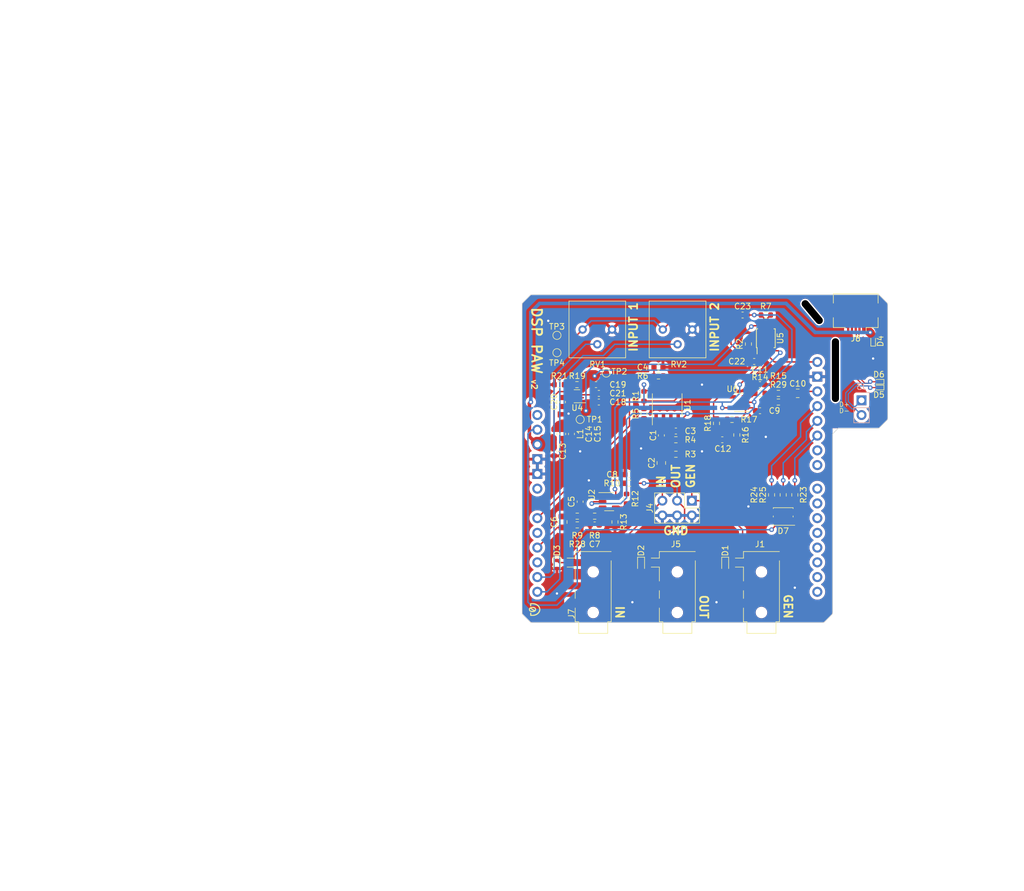
<source format=kicad_pcb>
(kicad_pcb (version 20221018) (generator pcbnew)
  (title_block (title "DSP PAW add-on board") (date "2023-08-19") (company "bitgloo") (comment 1 "Released under the CERN Open Hardware Licence Version 2 - Strongly Reciprocal"))
  (layers (0 "F.Cu" signal) (31 "B.Cu" signal) (34 "B.Paste" user) (35 "F.Paste" user) (36 "B.SilkS" user "B.Silkscreen") (37 "F.SilkS" user "F.Silkscreen") (38 "B.Mask" user) (39 "F.Mask" user) (44 "Edge.Cuts" user))
  (net 0 "")
  (net 1 "Net-(U1A--)")
  (net 2 "Net-(C1-Pad1)")
  (net 3 "SIGNAL_IN")
  (net 4 "Net-(C2-Pad2)")
  (net 5 "Net-(U2-+)")
  (net 6 "GND")
  (net 7 "SIGNAL_IN_MCU")
  (net 8 "Net-(C5-Pad1)")
  (net 9 "SIGNAL_OUT_MCU")
  (net 10 "VBUS")
  (net 11 "+5V")
  (net 12 "-5V")
  (net 13 "Net-(C6-Pad1)")
  (net 14 "Net-(C9-Pad1)")
  (net 15 "Net-(C10-Pad1)")
  (net 16 "VDDA")
  (net 17 "Net-(U6-+)")
  (net 18 "Net-(U4-C+)")
  (net 19 "SIGNAL_OUT")
  (net 20 "Net-(U4-C-)")
  (net 21 "+3V3")
  (net 22 "GENERATOR_MCU")
  (net 23 "GENERATOR")
  (net 24 "USB_D_P")
  (net 25 "USB_D_N")
  (net 26 "Net-(U4-CPOUT)")
  (net 27 "VCC")
  (net 28 "Net-(D7-RK)")
  (net 29 "Net-(D7-GK)")
  (net 30 "LED_B")
  (net 31 "LED_G")
  (net 32 "LED_R")
  (net 33 "PC1{slash}POT2")
  (net 34 "PC0{slash}POT1")
  (net 36 "-3V3")
  (net 37 "Net-(U1B--)")
  (net 39 "Net-(U1B-+)")
  (net 40 "Net-(U5B--)")
  (net 41 "Net-(D7-BK)")
  (net 42 "Net-(C5-Pad2)")
  (net 43 "Net-(C9-Pad2)")
  (net 44 "Net-(U4-VFB)")
  (net 45 "Net-(U2--)")
  (net 46 "Net-(U6--)")
  (net 60 "Net-(U1A-+)")
  (footprint "Resistor_SMD:R_0603_1608Metric" (layer "F.Cu") (at 161 85.5)
    (fp_text reference "R14")
    (fp_text value "22.1k/0.5%")
  )
  (footprint "Resistor_SMD:R_0603_1608Metric" (layer "F.Cu") (at 126.4 84 180)
    (fp_text reference "R21")
    (fp_text value "56k/1%")
  )
  (footprint "Resistor_SMD:R_0603_1608Metric" (layer "F.Cu") (at 141 86 90)
    (fp_text reference "R1")
    (fp_text value "10k/0.1%")
  )
  (footprint "Resistor_SMD:R_0603_1608Metric" (layer "F.Cu") (at 146.5 96)
    (fp_text reference "R3")
    (fp_text value "8.45k/1%")
  )
  (footprint "Capacitor_SMD:C_0603_1608Metric" (layer "F.Cu") (at 158 72 180)
    (fp_text reference "C23")
    (fp_text value "1u")
  )
  (footprint "MountingHole:MountingHole_2.1mm" (layer "F.Cu") (at 170 71.5 40)
    (fp_text reference "REF**" hide)
    (fp_text value "MountingHole_2.1mm")
  )
  (footprint "Capacitor_SMD:C_0603_1608Metric" (layer "F.Cu") (at 132.725 84)
    (fp_text reference "C19")
    (fp_text value "2.2u")
  )
  (footprint "Resistor_SMD:R_0603_1608Metric" (layer "F.Cu") (at 132.5 106.675 180)
    (fp_text reference "R8")
    (fp_text value "22.1k/0.5%")
  )
  (footprint "Potentiometer_THT:Potentiometer_Bourns_3386P_Vertical" (layer "F.Cu") (at 130.42 74.5 -90)
    (fp_text reference "RV1")
    (fp_text value "10K")
  )
  (footprint "Capacitor_SMD:C_0603_1608Metric" (layer "F.Cu") (at 161 84)
    (fp_text reference "C11")
    (fp_text value "100p")
  )
  (footprint "Package_SO:SOIC-8_3.9x4.9mm_P1.27mm" (layer "F.Cu") (at 145 87.5 90)
    (fp_text reference "U1")
    (fp_text value "TLV9162")
  )
  (footprint "Capacitor_SMD:C_0603_1608Metric" (layer "F.Cu") (at 132.5 108.175 180)
    (fp_text reference "C7")
    (fp_text value "100p")
  )
  (footprint "Resistor_SMD:R_0603_1608Metric" (layer "F.Cu") (at 138.5 101 180)
    (fp_text reference "R10")
    (fp_text value "0")
  )
  (footprint "Diode_SMD:D_SOD-523" (layer "F.Cu") (at 126 115 -90)
    (fp_text reference "D3")
    (fp_text value "ESD5Z2.5T1G")
  )
  (footprint "Capacitor_SMD:C_0603_1608Metric" (layer "F.Cu") (at 154.5 93.5)
    (fp_text reference "C12")
    (fp_text value "DNP")
  )
  (footprint "Resistor_SMD:R_0603_1608Metric" (layer "F.Cu") (at 138 103.675 -90)
    (fp_text reference "R12")
    (fp_text value "2.49k/0.5%")
  )
  (footprint "Diode_SMD:D_SOD-523" (layer "F.Cu") (at 140.5 115 -90)
    (fp_text reference "D2")
    (fp_text value "ESD5Z2.5T1G")
  )
  (footprint "TestPoint:TestPoint_Pad_D1.0mm" (layer "F.Cu") (at 126 78.5)
    (fp_text reference "TP4")
    (fp_text value "TestPoint")
  )
  (footprint "Connector_PinHeader_2.54mm:PinHeader_2x03_P2.54mm_Vertical" (layer "F.Cu") (at 149.25 104 -90)
    (fp_text reference "J4")
    (fp_text value "Conn_02x03_Odd_Even")
  )
  (footprint "Resistor_SMD:R_0603_1608Metric" (layer "F.Cu") (at 156.175 90 180)
    (fp_text reference "R17")
    (fp_text value "2.49k/0.5%")
  )
  (footprint "Capacitor_SMD:C_0603_1608Metric" (layer "F.Cu") (at 133.225 85.5)
    (fp_text reference "C21")
    (fp_text value "4.7u")
  )
  (footprint "Connector_USB:USB_Micro-B_Amphenol_10104110_Horizontal" (layer "F.Cu") (at 177.5 72.5 180)
    (fp_text reference "J8")
    (fp_text value "USB_B_Micro")
  )
  (footprint "Capacitor_SMD:C_0603_1608Metric" (layer "F.Cu") (at 125.5 95.5 -90)
    (fp_text reference "C13")
    (fp_text value "10n")
  )
  (footprint "Capacitor_SMD:C_0603_1608Metric" (layer "F.Cu") (at 138.5 99.5)
    (fp_text reference "C8")
    (fp_text value "DNP")
  )
  (footprint "Capacitor_SMD:C_0603_1608Metric" (layer "F.Cu") (at 126.95 87 90)
    (fp_text reference "C20")
    (fp_text value "1u")
  )
  (footprint "Package_TO_SOT_SMD:SOT-23-5" (layer "F.Cu") (at 135 104.175)
    (fp_text reference "U2")
    (fp_text value "OPA1677")
  )
  (footprint "TestPoint:TestPoint_Pad_D1.0mm" (layer "F.Cu") (at 130 90)
    (fp_text reference "TP1")
    (fp_text value "TestPoint")
  )
  (footprint "Capacitor_SMD:C_0805_2012Metric" (layer "F.Cu") (at 144 97.5 90)
    (fp_text reference "C2")
    (fp_text value "10u")
  )
  (footprint "Resistor_SMD:R_0603_1608Metric" (layer "F.Cu") (at 167 103 -90)
    (fp_text reference "R23")
    (fp_text value "560")
  )
  (footprint "Inductor_SMD:L_0603_1608Metric" (layer "F.Cu") (at 125.5 92.5 90)
    (fp_text reference "L1")
    (fp_text value "33@100MHz")
  )
  (footprint "Potentiometer_THT:Potentiometer_Bourns_3386P_Vertical" (layer "F.Cu") (at 144.25 74.5 -90)
    (fp_text reference "RV2")
    (fp_text value "10K")
  )
  (footprint "Resistor_SMD:R_0603_1608Metric" (layer "F.Cu") (at 157 92.675 90)
    (fp_text reference "R16")
    (fp_text value "0")
  )
  (footprint "Resistor_SMD:R_0603_1608Metric" (layer "F.Cu") (at 129.5 106.675 180)
    (fp_text reference "R9")
    (fp_text value "6.81k/0.5%")
  )
  (footprint "Resistor_SMD:R_0603_1608Metric" (layer "F.Cu") (at 146.5 93.5 180)
    (fp_text reference "R4")
    (fp_text value "13.3k/1%")
  )
  (footprint "Package_SON:WSON-8-1EP_2x2mm_P0.5mm_EP0.9x1.6mm" (layer "F.Cu") (at 129.45 86 180)
    (fp_text reference "U4")
    (fp_text value "LM27761")
  )
  (footprint "Package_SO:TSSOP-8_3x3mm_P0.65mm" (layer "F.Cu") (at 162 76 90)
    (fp_text reference "U5")
    (fp_text value "OPA2310")
  )
  (footprint "Capacitor_SMD:C_0603_1608Metric" (layer "F.Cu") (at 160 80 180)
    (fp_text reference "C22")
    (fp_text value "1u")
  )
  (footprint "Capacitor_SMD:C_0603_1608Metric" (layer "F.Cu") (at 143.5 81)
    (fp_text reference "C4")
    (fp_text value "10n")
  )
  (footprint "Capacitor_SMD:C_0603_1608Metric" (layer "F.Cu") (at 161 88.5)
    (fp_text reference "C9")
    (fp_text value "105p")
  )
  (footprint "Diode_SMD:D_SOD-523" (layer "F.Cu") (at 155 115 -90)
    (fp_text reference "D1")
    (fp_text value "ESD5Z2.5T1G")
  )
  (footprint "LED_SMD:LED_Kingbright_AAA3528ESGCT" (layer "F.Cu") (at 165 106.725 180)
    (fp_text reference "D7")
    (fp_text value "LED_RAGB")
  )
  (footprint "Capacitor_SMD:C_0603_1608Metric" (layer "F.Cu") (at 128.5 92.5 -90)
    (fp_text reference "C15")
    (fp_text value "4.7u")
  )
  (footprint "Resistor_SMD:R_0603_1608Metric" (layer "F.Cu") (at 159 77 -90)
    (fp_text reference "R2")
    (fp_text value "10k/0.1%")
  )
  (footprint "Capacitor_SMD:C_0805_2012Metric" (layer "F.Cu") (at 127 107.675 -90)
    (fp_text reference "C6")
    (fp_text value "10u")
  )
  (footprint "TestPoint:TestPoint_Pad_D1.0mm" (layer "F.Cu") (at 134.5 82)
    (fp_text reference "TP2")
    (fp_text value "TestPoint")
  )
  (footprint "Capacitor_SMD:C_0603_1608Metric" (layer "F.Cu") (at 146.5 92)
    (fp_text reference "C3")
    (fp_text value "100p")
  )
  (footprint "Capacitor_SMD:C_0805_2012Metric" (layer "F.Cu") (at 167.5 85.5)
    (fp_text reference "C10")
    (fp_text value "10u")
  )
  (footprint "Capacitor_SMD:C_0603_1608Metric" (layer "F.Cu") (at 130 104.175 -90)
    (fp_text reference "C5")
    (fp_text value "105p")
  )
  (footprint "Capacitor_SMD:C_0603_1608Metric" (layer "F.Cu") (at 144 92.75 90)
    (fp_text reference "C1")
    (fp_text value "140p")
  )
  (footprint "Resistor_SMD:R_0603_1608Metric" (layer "F.Cu") (at 129.45 84 180)
    (fp_text reference "R19")
    (fp_text value "174k/1%")
  )
  (footprint "TestPoint:TestPoint_Pad_D1.0mm" (layer "F.Cu") (at 126 75.5)
    (fp_text reference "TP3")
    (fp_text value "TestPoint")
  )
  (footprint "Resistor_SMD:R_0603_1608Metric" (layer "F.Cu") (at 129.5 108.175 180)
    (fp_text reference "R28")
    (fp_text value "100k")
  )
  (footprint "Capacitor_SMD:C_0603_1608Metric" (layer "F.Cu") (at 127 92.5 -90)
    (fp_text reference "C14")
    (fp_text value "100n")
  )
  (footprint "Connector_Audio:Jack_3.5mm_PJ320D_Horizontal" (layer "F.Cu") (at 146.75 118.5 90)
    (fp_text reference "J5")
    (fp_text value "AudioJack2_Ground")
  )
  (footprint "MountingHole:MountingHole_2.1mm" (layer "F.Cu") (at 174 81.5)
    (fp_text reference "REF**" hide)
    (fp_text value "MountingHole_2.1mm")
  )
  (footprint "Resistor_SMD:R_0603_1608Metric" (layer "F.Cu") (at 162 72 180)
    (fp_text reference "R7")
    (fp_text value "10k/0.1%")
  )
  (footprint "Connector_Audio:Jack_3.5mm_PJ320D_Horizontal" (layer "F.Cu") (at 132.25 118.5 90)
    (fp_text reference "J7")
    (fp_text value "AudioJack2_Ground")
  )
  (footprint "Resistor_SMD:R_0603_1608Metric" (layer "F.Cu") (at 153.5 90.675 -90)
    (fp_text reference "R18")
    (fp_text value "2.49k/0.5%")
  )
  (footprint "PCM_arduino-library:Arduino_Uno_R2_Shield" (layer "F.Cu") (at 120.08 56.21 -90)
    (fp_text reference "A2" hide)
    (fp_text value "Arduino_Uno_R1_Shield")
  )
  (footprint "Connector_Audio:Jack_3.5mm_PJ320D_Horizontal" (layer "F.Cu") (at 161.25 118.5 90)
    (fp_text reference "J1")
    (fp_text value "AudioJack2_Ground")
  )
  (footprint "Resistor_SMD:R_0603_1608Metric" (layer "F.Cu") (at 136 107.675 -90)
    (fp_text reference "R13")
    (fp_text value "2.49k/0.5%")
  )
  (footprint "Resistor_SMD:R_0603_1608Metric" (layer "F.Cu") (at 143.5 82.5 180)
    (fp_text reference "R6")
    (fp_text value "200")
  )
  (footprint "Resistor_SMD:R_0603_1608Metric" (layer "F.Cu") (at 163 103 -90)
    (fp_text reference "R24")
    (fp_text value "240")
  )
  (footprint "Diode_SMD:D_SOD-923" (layer "F.Cu") (at 181.5 83.5 180)
    (fp_text reference "D6")
    (fp_text value "DF2B7AFS,L3M")
  )
  (footprint "Resistor_SMD:R_0603_1608Metric" (layer "F.Cu") (at 165 103 -90)
    (fp_text reference "R25")
    (fp_text value "240")
  )
  (footprint "Resistor_SMD:R_0603_1608Metric" (layer "F.Cu") (at 141 89 90)
    (fp_text reference "R5")
    (fp_text value "10k/0.1%")
  )
  (footprint "Diode_SMD:D_SOD-923" (layer "F.Cu") (at 181.5 84.5 180)
    (fp_text reference "D5")
    (fp_text value "DF2B7AFS,L3M")
  )
  (footprint "Resistor_SMD:R_0603_1608Metric" (layer "F.Cu") (at 164.175 85.5)
    (fp_text reference "R15")
    (fp_text value "6.81k/0.5%")
  )
  (footprint "Resistor_SMD:R_0603_1608Metric" (layer "F.Cu") (at 164.175 87)
    (fp_text reference "R29")
    (fp_text value "100k")
  )
  (footprint "Capacitor_SMD:C_0603_1608Metric" (layer "F.Cu") (at 133.225 87)
    (fp_text reference "C18")
    (fp_text value "4.7u")
  )
  (footprint "Package_TO_SOT_SMD:SOT-23-5" (layer "F.Cu") (at 157.3625 87.05 180)
    (fp_text reference "U6")
    (fp_text value "OPA1677")
  )
  (footprint "Diode_SMD:D_SOD-923" (layer "F.Cu") (at 180.5 76.5 90)
    (fp_text reference "D4")
    (fp_text value "DF2B7AFS,L3M")
  )
  (footprint "Connector_PinHeader_2.54mm:PinHeader_1x02_P2.54mm_Vertical" (layer "B.Cu") (at 178.499766 86.699898 180)
    (fp_text reference "J3")
    (fp_text value "Conn_01x02")
  )
  (gr_poly (pts (xy 123.138143 122.808532) (xy 123.135375 122.860042) (xy 123.133278 122.884266) (xy 123.130707 122.907088) (xy 123.127664 122.928222) (xy 123.12415 122.947383) (xy 123.105991 123.018508) (xy 123.082492 123.08802) (xy 123.053826 123.155742) (xy 123.020165 123.221493) (xy 122.981681 123.285094) (xy 122.938547 123.346367) (xy 122.890935 123.405133) (xy 122.839017 123.461211) (xy 122.782965 123.514423) (xy 122.722952 123.56459) (xy 122.659149 123.611533) (xy 122.591729 123.655072) (xy 122.520865 123.695029) (xy 122.446728 123.731224) (xy 122.369491 123.763479) (xy 122.289326 123.791613) (xy 122.222944 123.811666) (xy 122.158848 123.827916) (xy 122.126892 123.834701) (xy 122.094588 123.840639) (xy 122.061629 123.845763) (xy 122.027709 123.85011) (xy 121.992521 123.853712) (xy 121.955759 123.856604) (xy 121.876287 123.860398) (xy 121.786838 123.861767) (xy 121.684961 123.860986) (xy 121.433338 123.857458) (xy 121.405118 123.822184) (xy 121.396141 123.81021) (xy 121.392472 123.804321) (xy 121.3893 123.798043) (xy 121.38659 123.791035) (xy 121.384305 123.782955) (xy 121.38241 123.773463) (xy 121.380867 123.762218) (xy 121.379642 123.748878) (xy 121.378697 123.733103) (xy 121.377505 123.692882) (xy 121.377002 123.638827) (xy 121.376899 123.56821) (xy 121.376956 123.496297) (xy 121.377093 123.467042) (xy 121.377358 123.441773) (xy 121.377796 123.420128) (xy 121.378093 123.410552) (xy 121.378449 123.401745) (xy 121.37887 123.393664) (xy 121.37936 123.386263) (xy 121.379926 123.379496) (xy 121.380573 123.373319) (xy 121.381306 123.367686) (xy 121.382131 123.362553) (xy 121.383052 123.357873) (xy 121.384075 123.353601) (xy 121.385207 123.349694) (xy 121.386451 123.346104) (xy 121.387814 123.342787) (xy 121.3893 123.339698) (xy 121.390916 123.336792) (xy 121.392666 123.334023) (xy 121.394556 123.331346) (xy 121.396591 123.328717) (xy 121.398778 123.326088) (xy 121.40112 123.323417) (xy 121.406294 123.317762) (xy 121.41043 123.313511) (xy 121.414674 123.309576) (xy 121.419018 123.305956) (xy 121.423454 123.302649) (xy 121.427972 123.299655) (xy 121.432564 123.296972) (xy 121.437221 123.2946) (xy 121.441936 123.292537) (xy 121.446699 123.290783) (xy 121.451501 123.289336) (xy 121.456334 123.288195) (xy 121.46119 123.287359) (xy 121.466059 123.286827) (xy 121.470934 123.286598) (xy 121.475805 123.286671) (xy 121.480664 123.287044) (xy 121.485503 123.287718) (xy 121.490312 123.288689) (xy 121.495083 123.289959) (xy 121.499808 123.291525) (xy 121.504477 123.293386) (xy 121.509083 123.295542) (xy 121.513617 123.29799) (xy 121.51807 123.300731) (xy 121.522433 123.303763) (xy 121.526697 123.307086) (xy 121.530856 123.310697) (xy 121.534898 123.314595) (xy 121.538817 123.318781) (xy 121.542603 123.323252) (xy 121.546248 123.328008) (xy 121.549743 123.333048) (xy 121.557994 123.346044) (xy 121.561408 123.352334) (xy 121.564385 123.35875) (xy 121.566957 123.36549) (xy 121.569151 123.372752) (xy 121.570997 123.380734) (xy 121.572524 123.389634) (xy 121.573762 123.399649) (xy 121.57474 123.410979) (xy 121.576033 123.438374) (xy 121.576637 123.473403) (xy 121.576786 123.51765) (xy 121.576786 123.661098) (xy 121.667324 123.670505) (xy 121.714477 123.673728) (xy 121.763568 123.674629) (xy 121.814274 123.673285) (xy 121.866274 123.66977) (xy 121.919245 123.664161) (xy 121.972866 123.656533) (xy 122.026814 123.646962) (xy 122.080767 123.635525) (xy 122.134403 123.622296) (xy 122.187401 123.607351) (xy 122.239437 123.590767) (xy 122.29019 123.572619) (xy 122.339337 123.552983) (xy 122.386558 123.531934) (xy 122.431529 123.509549) (xy 122.473928 123.485903) (xy 122.519085 123.457615) (xy 122.562359 123.427485) (xy 122.603688 123.395597) (xy 122.643006 123.362039) (xy 122.68025 123.326896) (xy 122.715357 123.290255) (xy 122.748263 123.252201) (xy 122.778903 123.212821) (xy 122.807215 123.172201) (xy 122.833135 123.130427) (xy 122.856599 123.087586) (xy 122.877543 123.043762) (xy 122.895903 122.999043) (xy 122.911616 122.953514) (xy 122.924618 122.907262) (xy 122.934845 122.860373) (xy 122.940632 122.827769) (xy 122.942906 122.813789) (xy 122.944766 122.80105) (xy 122.946213 122.789323) (xy 122.947246 122.778381) (xy 122.947866 122.767993) (xy 122.948073 122.757931) (xy 122.947866 122.747965) (xy 122.947246 122.737866) (xy 122.946213 122.727406) (xy 122.944766 122.716355) (xy 122.942906 122.704484) (xy 122.940632 122.691564) (xy 122.934845 122.661661) (xy 122.923954 122.613729) (xy 122.911097 122.567346) (xy 122.896239 122.522461) (xy 122.879343 122.479025) (xy 122.860374 122.436987) (xy 122.839294 122.396298) (xy 122.816069 122.356908) (xy 122.790661 122.318766) (xy 122.763035 122.281823) (xy 122.733155 122.246029) (xy 122.700983 122.211334) (xy 122.666485 122.177687) (xy 122.629624 122.14504) (xy 122.590363 122.113342) (xy 122.548667 122.082543) (xy 122.504499 122.052592) (xy 122.471347 122.031966) (xy 122.437588 122.012415) (xy 122.403223 121.993943) (xy 122.368252 121.976551) (xy 122.332675 121.96024) (xy 122.296491 121.945013) (xy 122.259701 121.930871) (xy 122.222305 121.917815) (xy 122.184303 121.905849) (xy 122.145694 121.894972) (xy 122.106479 121.885188) (xy 122.066658 121.876497) (xy 122.02623 121.868901) (xy 121.985196 121.862403) (xy 121.943556 121.857004) (xy 121.90131 121.852705) (xy 121.848894 121.848355) (xy 121.79681 121.845026) (xy 121.746709 121.842743) (xy 121.700246 121.841535) (xy 121.659075 121.841429) (xy 121.624848 121.842453) (xy 121.610855 121.843398) (xy 121.599219 121.844635) (xy 121.590145 121.846169) (xy 121.583841 121.848002) (xy 121.580917 121.849359) (xy 121.578307 121.851311) (xy 121.575992 121.853983) (xy 121.573957 121.8575) (xy 121.572184 121.861989) (xy 121.570655 121.867575) (xy 121.569353 121.874384) (xy 121.568262 121.882541) (xy 121.56664 121.903405) (xy 121.565653 121.931172) (xy 121.565161 121.966848) (xy 121.565028 122.011439) (xy 121.564884 122.058488) (xy 121.564664 122.078232) (xy 121.564312 122.095712) (xy 121.563801 122.111117) (xy 121.563106 122.124641) (xy 121.562201 122.136472) (xy 121.561662 122.141814) (xy 121.56106 122.146804) (xy 121.560393 122.151467) (xy 121.559657 122.155827) (xy 121.558849 122.159907) (xy 121.557967 122.163732) (xy 121.557005 122.167325) (xy 121.555963 122.17071) (xy 121.554835 122.173911) (xy 121.553619 122.176953) (xy 121.552312 122.179858) (xy 121.550911 122.182651) (xy 121.549412 122.185356) (xy 121.547811 122.187996) (xy 121.546107 122.190596) (xy 121.544295 122.19318) (xy 121.540336 122.198393) (xy 121.537265 122.20203) (xy 121.534012 122.205447) (xy 121.530587 122.208642) (xy 121.527 122.211616) (xy 121.523263 122.214367) (xy 121.519386 122.216896) (xy 121.515379 122.219202) (xy 121.511253 122.221284) (xy 121.507019 122.223143) (xy 121.502687 122.224777) (xy 121.498267 122.226186) (xy 121.49377 122.22737) (xy 121.489207 122.228328) (xy 121.484589 122.229061) (xy 121.479925 122.229567) (xy 121.475226 122.229846) (xy 121.470503 122.229897) (xy 121.465767 122.229721) (xy 121.461028 122.229317) (xy 121.456296 122.228684) (xy 121.451582 122.227821) (xy 121.446897 122.22673) (xy 121.442251 122.225408) (xy 121.437655 122.223856) (xy 121.433119 122.222074) (xy 121.428654 122.22006) (xy 121.424271 122.217814) (xy 121.419979 122.215336) (xy 121.41579 122.212626) (xy 121.411714 122.209683) (xy 121.407761 122.206506) (xy 121.403942 122.203096) (xy 121.395016 122.194287) (xy 121.391404 122.189672) (xy 121.388308 122.18443) (xy 121.385687 122.178196) (xy 121.383501 122.170605) (xy 121.381712 122.161292) (xy 121.380279 122.149891) (xy 121.378325 122.119366) (xy 121.377321 122.076109) (xy 121.376899 121.939715) (xy 121.376899 121.701026) (xy 121.40747 121.67751) (xy 121.418328 121.669697) (xy 121.424129 121.666498) (xy 121.430619 121.663731) (xy 121.438128 121.661362) (xy 121.446988 121.659363) (xy 121.457529 121.657701) (xy 121.470082 121.656345) (xy 121.502545 121.65443) (xy 121.547024 121.653369) (xy 121.682609 121.652818) (xy 121.780548 121.653417) (xy 121.865355 121.655408) (xy 121.903657 121.657016) (xy 121.939663 121.65908) (xy 121.973702 121.661637) (xy 122.006103 121.664723) (xy 122.037195 121.668373) (xy 122.067307 121.672625) (xy 122.096768 121.677514) (xy 122.125907 121.683076) (xy 122.155053 121.689348) (xy 122.184535 121.696366) (xy 122.245821 121.712784) (xy 122.301532 121.729636) (xy 122.328291 121.738511) (xy 122.354418 121.747727) (xy 122.379987 121.757316) (xy 122.405072 121.767307) (xy 122.429747 121.777733) (xy 122.454086 121.788623) (xy 122.478164 121.80001) (xy 122.502053 121.811924) (xy 122.525829 121.824395) (xy 122.549566 121.837456) (xy 122.573337 121.851137) (xy 122.597216 121.865469) (xy 122.645596 121.89621) (xy 122.690835 121.927802) (xy 122.734349 121.961222) (xy 122.776069 121.996367) (xy 122.815923 122.033136) (xy 122.853841 122.071429) (xy 122.889753 122.111142) (xy 122.923588 122.152174) (xy 122.955275 122.194424) (xy 122.984743 122.237791) (xy 123.011922 122.282171) (xy 123.036742 122.327465) (xy 123.059132 122.37357) (xy 123.07902 122.420384) (xy 123.096337 122.467807) (xy 123.111012 122.515735) (xy 123.122974 122.564069) (xy 123.126695 122.582816) (xy 123.129921 122.603592) (xy 123.132655 122.626111) (xy 123.134898 122.650087) (xy 123.137918 122.701267) (xy 123.138995 122.754844)) (fill solid) (layer "F.SilkS"))
  (gr_poly (pts (xy 122.408306 122.732717) (xy 122.406907 122.765132) (xy 122.405352 122.792357) (xy 122.404388 122.804953) (xy 122.403288 122.816923) (xy 122.402043 122.828308) (xy 122.400645 122.839146) (xy 122.399084 122.849479) (xy 122.397354 122.859344) (xy 122.395444 122.868782) (xy 122.393346 122.877833) (xy 122.391052 122.886536) (xy 122.388553 122.894931) (xy 122.385841 122.903056) (xy 122.382906 122.910953) (xy 122.379741 122.918661) (xy 122.376336 122.926218) (xy 122.360461 122.956629) (xy 122.342375 122.985254) (xy 122.322071 123.012098) (xy 122.299541 123.037167) (xy 122.274779 123.060464) (xy 122.247778 123.081997) (xy 122.218531 123.101769) (xy 122.187031 123.119785) (xy 122.153271 123.136052) (xy 122.117245 123.150575) (xy 122.078945 123.163357) (xy 122.038365 123.174405) (xy 121.995497 123.183724) (xy 121.950335 123.191319) (xy 121.902872 123.197195) (xy 121.853101 123.201357) (xy 121.830093 123.20237) (xy 121.805449 123.20279) (xy 121.779599 123.202659) (xy 121.752974 123.202019) (xy 121.726004 123.200909) (xy 121.699121 123.199373) (xy 121.672754 123.197451) (xy 121.647335 123.195184) (xy 121.623293 123.192614) (xy 121.60106 123.189783) (xy 121.581066 123.186731) (xy 121.563742 123.1835) (xy 121.549518 123.180131) (xy 121.538825 123.176665) (xy 121.534937 123.174909) (xy 121.532094 123.173145) (xy 121.530348 123.171377) (xy 121.529754 123.16961) (xy 121.529696 123.169159) (xy 121.529524 123.168689) (xy 121.528849 123.167695) (xy 121.527754 123.166639) (xy 121.526263 123.165532) (xy 121.5244 123.164383) (xy 121.522189 123.163203) (xy 121.519655 123.162003) (xy 121.51682 123.160792) (xy 121.51371 123.159581) (xy 121.510349 123.158381) (xy 121.50676 123.157201) (xy 121.502968 123.156052) (xy 121.498996 123.154944) (xy 121.49487 123.153889) (xy 121.490613 123.152895) (xy 121.486249 123.151973) (xy 121.47469 123.149571) (xy 121.462563 123.146365) (xy 121.44996 123.142409) (xy 121.436975 123.137753) (xy 121.423701 123.13245) (xy 121.41023 123.126551) (xy 121.396656 123.120108) (xy 121.383072 123.113172) (xy 121.36957 123.105795) (xy 121.356244 123.098028) (xy 121.343187 123.089925) (xy 121.330491 123.081535) (xy 121.31825 123.072911) (xy 121.306557 123.064104) (xy 121.295505 123.055167) (xy 121.285186 123.04615) (xy 121.270542 123.032073) (xy 121.256816 123.017213) (xy 121.244008 123.001621) (xy 121.232118 122.985348) (xy 121.221149 122.968445) (xy 121.2111 122.950962) (xy 121.201972 122.93295) (xy 121.193767 122.91446) (xy 121.186485 122.895543) (xy 121.180127 122.87625) (xy 121.174694 122.856631) (xy 121.170186 122.836737) (xy 121.166606 122.81662) (xy 121.163952 122.796329) (xy 121.162228 122.775916) (xy 121.161432 122.755432) (xy 121.161567 122.734927) (xy 121.162632 122.714452) (xy 121.164629 122.694058) (xy 121.167559 122.673796) (xy 121.171423 122.653716) (xy 121.17622 122.63387) (xy 121.181954 122.614308) (xy 121.188623 122.595081) (xy 121.196229 122.57624) (xy 121.204773 122.557835) (xy 121.214256 122.539918) (xy 121.224678 122.522539) (xy 121.23604 122.505749) (xy 121.248344 122.489599) (xy 121.26159 122.47414) (xy 121.275779 122.459422) (xy 121.295472 122.441532) (xy 121.316255 122.424878) (xy 121.338227 122.40943) (xy 121.361485 122.395157) (xy 121.386128 122.382027) (xy 121.394536 122.37816) (xy 121.394536 122.61698) (xy 121.374547 122.641672) (xy 121.372191 122.644785) (xy 121.369973 122.648375) (xy 121.365954 122.656875) (xy 121.362492 122.66696) (xy 121.359593 122.678416) (xy 121.357258 122.69103) (xy 121.355491 122.704587) (xy 121.354296 122.718875) (xy 121.353677 122.733679) (xy 121.353636 122.748787) (xy 121.354177 122.763984) (xy 121.355304 122.779057) (xy 121.35702 122.793793) (xy 121.359329 122.807977) (xy 121.362233 122.821397) (xy 121.365737 122.833838) (xy 121.369844 122.845087) (xy 121.371782 122.849173) (xy 121.374051 122.853467) (xy 121.376623 122.85793) (xy 121.379471 122.862522) (xy 121.382567 122.867204) (xy 121.385883 122.871936) (xy 121.389392 122.876678) (xy 121.393066 122.88139) (xy 121.396879 122.886034) (xy 121.400801 122.890569) (xy 121.404806 122.894957) (xy 121.408866 122.899156) (xy 121.412954 122.903128) (xy 121.417042 122.906833) (xy 121.421102 122.910232) (xy 121.425107 122.913284) (xy 121.438973 122.923185) (xy 121.452918 122.932194) (xy 121.467131 122.940355) (xy 121.481803 122.947713) (xy 121.497122 122.954314) (xy 121.513279 122.960202) (xy 121.530462 122.965421) (xy 121.548861 122.970017) (xy 121.568665 122.974034) (xy 121.590065 122.977517) (xy 121.613248 122.980511) (xy 121.638406 122.983061) (xy 121.695401 122.987006) (xy 121.762564 122.989712) (xy 121.800555 122.990812) (xy 121.835666 122.991457) (xy 121.867333 122.991634) (xy 121.894989 122.991328) (xy 121.918072 122.990527) (xy 121.927721 122.989936) (xy 121.936014 122.989216) (xy 121.942882 122.988365) (xy 121.948252 122.987381) (xy 121.952056 122.986263) (xy 121.953347 122.985653) (xy 121.954221 122.985008) (xy 121.954556 122.984158) (xy 121.954244 122.982934) (xy 121.951709 122.979382) (xy 121.946672 122.97439) (xy 121.939193 122.967996) (xy 121.917142 122.951153) (xy 121.886024 122.929158) (xy 121.846308 122.902311) (xy 121.798463 122.870918) (xy 121.680258 122.795703) (xy 121.394536 122.61698) (xy 121.394536 122.37816) (xy 121.412254 122.37001) (xy 121.439961 122.359075) (xy 121.469347 122.34919) (xy 121.500511 122.340325) (xy 121.53355 122.332449) (xy 121.568563 122.32553) (xy 121.605649 122.319538) (xy 121.644904 122.314441) (xy 121.686428 122.310209) (xy 121.730319 122.306811) (xy 121.776674 122.304215) (xy 121.788834 122.303662) (xy 121.788834 122.503655) (xy 121.736255 122.504544) (xy 121.688141 122.506921) (xy 121.667055 122.508628) (xy 121.648639 122.510662) (xy 121.633414 122.513005) (xy 121.621896 122.515643) (xy 121.61769 122.517067) (xy 121.614606 122.51856) (xy 121.612708 122.520118) (xy 121.612061 122.52174) (xy 121.618218 122.527265) (xy 121.635634 122.539648) (xy 121.697913 122.581008) (xy 121.887935 122.702227) (xy 122.080822 122.821681) (xy 122.146684 122.860837) (xy 122.166429 122.871787) (xy 122.175273 122.875658) (xy 122.175944 122.875631) (xy 122.176635 122.87555) (xy 122.177343 122.875416) (xy 122.178068 122.875231) (xy 122.179559 122.874713) (xy 122.181097 122.874005) (xy 122.182669 122.873118) (xy 122.184264 122.872062) (xy 122.185869 122.870848) (xy 122.187472 122.869485) (xy 122.189061 122.867985) (xy 122.190625 122.866357) (xy 122.192151 122.864613) (xy 122.193627 122.862761) (xy 122.19504 122.860813) (xy 122.19638 122.858779) (xy 122.197634 122.856669) (xy 122.198789 122.854494) (xy 122.202563 122.846376) (xy 122.205943 122.837114) (xy 122.208919 122.82686) (xy 122.211484 122.815766) (xy 122.213629 122.803982) (xy 122.215344 122.791661) (xy 122.216623 122.778955) (xy 122.217455 122.766014) (xy 122.217832 122.752991) (xy 122.217747 122.740036) (xy 122.217189 122.727302) (xy 122.216151 122.71494) (xy 122.214623 122.703102) (xy 122.212598 122.691938) (xy 122.210066 122.681602) (xy 122.20702 122.672243) (xy 122.200119 122.655385) (xy 122.192159 122.639617) (xy 122.183073 122.6249) (xy 122.172793 122.611193) (xy 122.161252 122.598458) (xy 122.148383 122.586655) (xy 122.134119 122.575744) (xy 122.118393 122.565686) (xy 122.101137 122.55644) (xy 122.082285 122.547968) (xy 122.061769 122.54023) (xy 122.039522 122.533186) (xy 122.015477 122.526796) (xy 121.989566 122.521021) (xy 121.961723 122.515822) (xy 121.931881 122.511158) (xy 121.912594 122.508758) (xy 121.890794 122.506838) (xy 121.866999 122.505383) (xy 121.841729 122.504378) (xy 121.788834 122.503655) (xy 121.788834 122.303662) (xy 121.824682 122.302031) (xy 121.864216 122.300853) (xy 121.88143 122.30068) (xy 121.897274 122.300805) (xy 121.911999 122.301243) (xy 121.925854 122.302011) (xy 121.939089 122.303123) (xy 121.951954 122.304594) (xy 121.964698 122.306442) (xy 121.977572 122.30868) (xy 121.990824 122.311325) (xy 122.004705 122.314391) (xy 122.035352 122.321853) (xy 122.069966 122.331412) (xy 122.102437 122.341616) (xy 122.132855 122.35253) (xy 122.16131 122.364218) (xy 122.187891 122.376748) (xy 122.212687 122.390183) (xy 122.235789 122.404589) (xy 122.246732 122.412177) (xy 122.257285 122.420033) (xy 122.26746 122.428163) (xy 122.277266 122.436578) (xy 122.286716 122.445285) (xy 122.295821 122.454292) (xy 122.304591 122.463607) (xy 122.313039 122.473238) (xy 122.321174 122.483195) (xy 122.32901 122.493484) (xy 122.343823 122.515093) (xy 122.357569 122.538132) (xy 122.370336 122.562666) (xy 122.382215 122.588761) (xy 122.391233 122.609988) (xy 122.394939 122.61958) (xy 122.398144 122.62872) (xy 122.400873 122.637577) (xy 122.403152 122.646323) (xy 122.405008 122.655127) (xy 122.406466 122.66416) (xy 122.407552 122.673592) (xy 122.408292 122.683595) (xy 122.408711 122.694338) (xy 122.408836 122.705993)) (fill solid) (layer "F.SilkS"))
  (gr_line (start 181.5 68.5) (end 183 70) (stroke (width 0.1)) (layer "Edge.Cuts"))
  (gr_line (start 181.5 68.5) (end 121.5 68.5) (stroke (width 0.1)) (layer "Edge.Cuts"))
  (gr_line (start 173.5 92.5) (end 174.5 91.5) (stroke (width 0.1)) (layer "Edge.Cuts"))
  (gr_line (start 120 123.5) (end 121.5 125) (stroke (width 0.1)) (layer "Edge.Cuts"))
  (gr_line (start 181.5 91.5) (end 174.5 91.5) (stroke (width 0.1)) (layer "Edge.Cuts"))
  (gr_line (start 120 70) (end 120 123.5) (stroke (width 0.1)) (layer "Edge.Cuts"))
  (gr_line (start 120 70) (end 121.5 68.5) (stroke (width 0.1)) (layer "Edge.Cuts"))
  (gr_line (start 183 90) (end 183 70) (stroke (width 0.1)) (layer "Edge.Cuts"))
  (gr_line (start 173.5 123.5) (end 172 125) (stroke (width 0.1)) (layer "Edge.Cuts"))
  (gr_line (start 121.5 125) (end 172 125) (stroke (width 0.1)) (layer "Edge.Cuts"))
  (gr_line (start 183 90) (end 181.5 91.5) (stroke (width 0.1)) (layer "Edge.Cuts"))
  (gr_line (start 173.5 123.5) (end 173.5 92.5) (stroke (width 0.1)) (layer "Edge.Cuts"))
  (gr_text "OUT" (at 146.5 102 90) (layer "F.SilkS") (effects (font (size 1.4 1.4) (thickness 0.3) bold) (justify left)))
  (gr_text "OUT" (at 150.5 124.5 270) (layer "F.SilkS") (effects (font (size 1.4 1.4) (thickness 0.3) bold) (justify right bottom)))
  (gr_text "IN" (at 136 124.5 270) (layer "F.SilkS") (effects (font (size 1.4 1.4) (thickness 0.3) bold) (justify right bottom)))
  (gr_text "INPUT 1" (at 140 78.5 90) (layer "F.SilkS") (effects (font (size 1.4 1.4) (thickness 0.3) bold) (justify left bottom)))
  (gr_text "v2" (at 121.5 83 270) (layer "F.SilkS") (effects (font (size 1 1) (thickness 0.2) bold) (justify left bottom)))
  (gr_text "GEN" (at 149.04 102 90) (layer "F.SilkS") (effects (font (size 1.4 1.4) (thickness 0.3) bold) (justify left)))
  (gr_text "D+" (at 176.5 87.4) (layer "F.SilkS") (effects (font (size 0.8 0.8) (thickness 0.1) bold) (justify right)))
  (gr_text "D-" (at 176.5 88.5) (layer "F.SilkS") (effects (font (size 0.8 0.8) (thickness 0.1) bold) (justify right)))
  (gr_text "INPUT 2" (at 154 78.5 90) (layer "F.SilkS") (effects (font (size 1.4 1.4) (thickness 0.3) bold) (justify left bottom)))
  (gr_text "GND" (at 146.5 110) (layer "F.SilkS") (effects (font (size 1.4 1.4) (thickness 0.3) bold) (justify bottom)))
  (gr_text "GEN" (at 165 124.5 270) (layer "F.SilkS") (effects (font (size 1.4 1.4) (thickness 0.3) bold) (justify right bottom)))
  (gr_text "DSP PAW" (at 121.5 70.5 270) (layer "F.SilkS") (effects (font (size 1.7 1.7) (thickness 0.32) bold) (justify left bottom)))
  (gr_text "IN" (at 143.96 102 90) (layer "F.SilkS") (effects (font (size 1.4 1.4) (thickness 0.3) bold) (justify left)))
  (segment (start 143.095 89.975) (end 141.15 89.975) (width 0.25) (layer "F.Cu") (net 1))
  (segment (start 141.15 89.975) (end 141 89.825) (width 0.25) (layer "F.Cu") (net 1))
  (segment (start 144.365 91.61) (end 144 91.975) (width 0.25) (layer "F.Cu") (net 1))
  (segment (start 143.095 89.975) (end 144.365 89.975) (width 0.25) (layer "F.Cu") (net 1))
  (segment (start 144.365 89.975) (end 144.365 91.61) (width 0.25) (layer "F.Cu") (net 1))
  (segment (start 144.025 93.525) (end 145 94.5) (width 0.25) (layer "F.Cu") (net 2))
  (segment (start 147.325 96) (end 147.325 93.5) (width 0.25) (layer "F.Cu") (net 2))
  (segment (start 145 94.5) (end 146.325 94.5) (width 0.25) (layer "F.Cu") (net 2))
  (segment (start 146.325 94.5) (end 147.325 93.5) (width 0.25) (layer "F.Cu") (net 2))
  (segment (start 144 93.525) (end 144.025 93.525) (width 0.25) (layer "F.Cu") (net 2))
  (segment (start 137.17 111) (end 144.17 104) (width 0.25) (layer "F.Cu") (net 3))
  (segment (start 144.17 104) (end 144.17 98.62) (width 0.25) (layer "F.Cu") (net 3))
  (segment (start 131.5 111) (end 137.17 111) (width 0.25) (layer "F.Cu") (net 3))
  (segment (start 144.17 98.62) (end 144 98.45) (width 0.25) (layer "F.Cu") (net 3))
  (segment (start 129 114.675) (end 129 113.5) (width 0.25) (layer "F.Cu") (net 3))
  (segment (start 126.375 114.675) (end 129 114.675) (width 0.25) (layer "F.Cu") (net 3))
  (segment (start 126 114.3) (end 126.375 114.675) (width 0.25) (layer "F.Cu") (net 3))
  (segment (start 129 113.5) (end 131.5 111) (width 0.25) (layer "F.Cu") (net 3))
  (segment (start 144 96.55) (end 145.125 96.55) (width 0.25) (layer "F.Cu") (net 4))
  (segment (start 145.125 96.55) (end 145.675 96) (width 0.25) (layer "F.Cu") (net 4))
  (segment (start 133.8625 106.1375) (end 133.325 106.675) (width 0.25) (layer "F.Cu") (net 5))
  (segment (start 133.275 106.725) (end 133.325 106.675) (width 0.25) (layer "F.Cu") (net 5))
  (segment (start 133.275 108.175) (end 133.275 106.725) (width 0.25) (layer "F.Cu") (net 5))
  (segment (start 133.8625 105.125) (end 133.8625 106.1375) (width 0.25) (layer "F.Cu") (net 5))
  (segment (start 130.4 86.25) (end 129.7 86.25) (width 0.25) (layer "F.Cu") (net 6))
  (segment (start 129.7 86.25) (end 129.45 86) (width 0.25) (layer "F.Cu") (net 6))
  (via (at 167 119) (size 0.8) (drill 0.4) (layers "F.Cu" "B.Cu") (net 6))
  (via (at 126 120) (size 0.8) (drill 0.4) (layers "F.Cu" "B.Cu") (net 6))
  (via (at 140.5 95) (size 0.8) (drill 0.4) (layers "F.Cu" "B.Cu") (net 6))
  (via (at 128 89) (size 0.8) (drill 0.4) (layers "F.Cu" "B.Cu") (net 6))
  (via (at 162 93) (size 0.8) (drill 0.4) (layers "F.Cu" "B.Cu") (net 6))
  (via (at 180.5 79.5) (size 0.8) (drill 0.4) (layers "F.Cu" "B.Cu") (net 6))
  (via (at 151 95.5) (size 0.8) (drill 0.4) (layers "F.Cu" "B.Cu") (net 6))
  (via (at 139 121.5) (size 0.8) (drill 0.4) (layers "F.Cu" "B.Cu") (net 6))
  (via (at 159 105) (size 0.8) (drill 0.4) (layers "F.Cu" "B.Cu") (net 6))
  (via (at 131.5 100.5) (size 0.8) (drill 0.4) (layers "F.Cu" "B.Cu") (net 6))
  (via (at 124.5 73) (size 0.8) (drill 0.4) (layers "F.Cu" "B.Cu") (net 6))
  (via (at 151 84) (size 0.8) (drill 0.4) (layers "F.Cu" "B.Cu") (net 6))
  (via (at 153.5 121.5) (size 0.8) (drill 0.4) (layers "F.Cu" "B.Cu") (net 6))
  (via (at 130 95.5) (size 0.8) (drill 0.4) (layers "F.Cu" "B.Cu") (net 6))
  (segment (start 142.725 82.45) (end 142.675 82.5) (width 0.25) (layer "F.Cu") (net 7))
  (segment (start 138.5 91.13) (end 122.62 107.01) (width 0.25) (layer "F.Cu") (net 7))
  (segment (start 142.675 82.5) (end 140 82.5) (width 0.25) (layer "F.Cu") (net 7))
  (segment (start 138.5 84) (end 138.5 91.13) (width 0.25) (layer "F.Cu") (net 7))
  (segment (start 140 82.5) (end 138.5 84) (width 0.25) (layer "F.Cu") (net 7))
  (segment (start 142.725 81) (end 142.725 82.45) (width 0.25) (layer "F.Cu") (net 7))
  (segment (start 138 102.85) (end 138 101.325) (width 0.25) (layer "F.Cu") (net 8))
  (segment (start 130.175 103.225) (end 133.8625 103.225) (width 0.25) (layer "F.Cu") (net 8))
  (segment (start 133.8625 101.1375) (end 134.5 100.5) (width 0.25) (layer "F.Cu") (net 8))
  (segment (start 137.175 100.5) (end 137.675 101) (width 0.25) (layer "F.Cu") (net 8))
  (segment (start 130 103.4) (end 130.175 103.225) (width 0.25) (layer "F.Cu") (net 8))
  (segment (start 138 101.325) (end 137.675 101) (width 0.25) (layer "F.Cu") (net 8))
  (segment (start 134.5 100.5) (end 137.175 100.5) (width 0.25) (layer "F.Cu") (net 8))
  (segment (start 133.8625 103.225) (end 133.8625 101.1375) (width 0.25) (layer "F.Cu") (net 8))
  (segment (start 126.085 108.625) (end 127 108.625) (width 0.25) (layer "F.Cu") (net 9))
  (segment (start 122.62 112.09) (end 126.085 108.625) (width 0.25) (layer "F.Cu") (net 9))
  (segment (start 122.62 94.31) (end 121.2516 92.9416) (width 0.6096) (layer "F.Cu") (net 10))
  (segment (start 121.2516 92.9416) (end 121.2516 87.2484) (width 0.6096) (layer "F.Cu") (net 10))
  (segment (start 121.2516 87.2484) (end 121.5 87) (width 0.6096) (layer "F.Cu") (net 10))
  (via (at 121.5 87) (size 0.8) (drill 0.4) (layers "F.Cu" "B.Cu") (net 10))
  (via (at 180 75) (size 0.8) (drill 0.4) (layers "F.Cu" "B.Cu") (net 10))
  (segment (start 170.5 75) (end 165.5 70) (width 0.6096) (layer "B.Cu") (net 10))
  (segment (start 180 75) (end 170.5 75) (width 0.6096) (layer "B.Cu") (net 10))
  (segment (start 123 70) (end 121.5 71.5) (width 0.6096) (layer "B.Cu") (net 10))
  (segment (start 121.5 71.5) (end 121.5 87) (width 0.6096) (layer "B.Cu") (net 10))
  (segment (start 165.5 70) (end 123 70) (width 0.6096) (layer "B.Cu") (net 10))
  (segment (start 127.479561 85.197535) (end 126.302465 85.197535) (width 0.25) (layer "F.Cu") (net 11))
  (segment (start 126.302465 85.197535) (end 125.5 86) (width 0.25) (layer "F.Cu") (net 11))
  (segment (start 128.032026 85.75) (end 127.479561 85.197535) (width 0.25) (layer "F.Cu") (net 11))
  (segment (start 159.65 73.85) (end 159.5 74) (width 0.25) (layer "F.Cu") (net 11))
  (segment (start 125.5 86) (end 125.5 91.7125) (width 0.25) (layer "F.Cu") (net 11))
  (segment (start 128.5 85.75) (end 128.032026 85.75) (width 0.25) (layer "F.Cu") (net 11))
  (segment (start 161.025 73.85) (end 159.65 73.85) (width 0.25) (layer "F.Cu") (net 11))
  (via (at 131 88.5) (size 0.8) (drill 0.4) (layers "F.Cu" "B.Cu") (net 11))
  (via (at 159.5 74) (size 0.8) (drill 0.4) (layers "F.Cu" "B.Cu") (net 11))
  (segment (start 131 82) (end 132.5 80.5) (width 0.25) (layer "B.Cu") (net 11))
  (segment (start 132.5 80.5) (end 153 80.5) (width 0.25) (layer "B.Cu") (net 11))
  (segment (start 153 80.5) (end 159.5 74) (width 0.25) (layer "B.Cu") (net 11))
  (segment (start 131 88.5) (end 131 82) (width 0.25) (layer "B.Cu") (net 11))
  (segment (start 134.5 82) (end 133 82) (width 0.25) (layer "F.Cu") (net 12))
  (segment (start 162.975 78.15) (end 164.15 78.15) (width 0.25) (layer "F.Cu") (net 12))
  (segment (start 164.15 78.15) (end 164.5 78.5) (width 0.25) (layer "F.Cu") (net 12))
  (segment (start 133 82) (end 132.5 82.5) (width 0.25) (layer "F.Cu") (net 12))
  (via (at 164.5 78.5) (size 0.8) (drill 0.4) (layers "F.Cu" "B.Cu") (net 12))
  (via (at 132.5 82.5) (size 0.8) (drill 0.4) (layers "F.Cu" "B.Cu") (net 12))
  (segment (start 161.5 81.5) (end 164.5 78.5) (width 0.25) (layer "B.Cu") (net 12))
  (segment (start 132.5 82.5) (end 133.5 81.5) (width 0.25) (layer "B.Cu") (net 12))
  (segment (start 133.5 81.5) (end 161.5 81.5) (width 0.25) (layer "B.Cu") (net 12))
  (segment (start 128.625 106.725) (end 128.675 106.675) (width 0.25) (layer "F.Cu") (net 13))
  (segment (start 128.675 106.675) (end 128.675 108.175) (width 0.25) (layer "F.Cu") (net 13))
  (segment (start 127 106.725) (end 128.625 106.725) (width 0.25) (layer "F.Cu") (net 13))
  (segment (start 158.5 88) (end 158.5 89) (width 0.25) (layer "F.Cu") (net 14))
  (segment (start 158.5 89) (end 157.5 90) (width 0.25) (layer "F.Cu") (net 14))
  (segment (start 159.725 88) (end 160.225 88.5) (width 0.25) (layer "F.Cu") (net 14))
  (segment (start 157 90) (end 157 91.85) (width 0.25) (layer "F.Cu") (net 14))
  (segment (start 157.5 90) (end 157 90) (width 0.25) (layer "F.Cu") (net 14))
  (segment (start 158.5 88) (end 159.725 88) (width 0.25) (layer "F.Cu") (net 14))
  (segment (start 166.55 85.5) (end 165 85.5) (width 0.25) (layer "F.Cu") (net 15))
  (segment (start 165 85.5) (end 165 87) (width 0.25) (layer "F.Cu") (net 15))
  (segment (start 162.325 78.15) (end 162.325 78.95) (width 0.25) (layer "F.Cu") (net 16))
  (segment (start 162.325 78.95) (end 163.461 80.086) (width 0.25) (layer "F.Cu") (net 16))
  (segment (start 163.461 80.086) (end 170.88 80.086) (width 0.25) (layer "F.Cu") (net 16))
  (segment (start 159.575 86.1) (end 160.175 85.5) (width 0.25) (layer "F.Cu") (net 17))
  (segment (start 160.175 85.5) (end 160.175 84.05) (width 0.25) (layer "F.Cu") (net 17))
  (segment (start 158.5 86.1) (end 159.575 86.1) (width 0.25) (layer "F.Cu") (net 17))
  (segment (start 160.175 84.05) (end 160.225 84) (width 0.25) (layer "F.Cu") (net 17))
  (segment (start 128.5 87.5) (end 128.5 86.75) (width 0.25) (layer "F.Cu") (net 18))
  (segment (start 128.225 87.775) (end 128.5 87.5) (width 0.25) (layer "F.Cu") (net 18))
  (segment (start 126.95 87.775) (end 128.225 87.775) (width 0.25) (layer "F.Cu") (net 18))
  (segment (start 146.71 104) (end 148 105.29) (width 0.25) (layer "F.Cu") (net 19))
  (segment (start 140.5 114.3) (end 140.875 114.675) (width 0.25) (layer "F.Cu") (net 19))
  (segment (start 148 108) (end 143.5 112.5) (width 0.25) (layer "F.Cu") (net 19))
  (segment (start 140.875 114.675) (end 143.5 114.675) (width 0.25) (layer "F.Cu") (net 19))
  (segment (start 143.5 112.5) (end 143.5 114.675) (width 0.25) (layer "F.Cu") (net 19))
  (segment (start 139.325 101) (end 141 101) (width 0.25) (layer "F.Cu") (net 19))
  (segment (start 139.325 101) (end 139.325 99.55) (width 0.25) (layer "F.Cu") (net 19))
  (segment (start 148 105.29) (end 148 108) (width 0.25) (layer "F.Cu") (net 19))
  (segment (start 139.325 99.55) (end 139.275 99.5) (width 0.25) (layer "F.Cu") (net 19))
  (via (at 141 101) (size 0.8) (drill 0.4) (layers "F.Cu" "B.Cu") (net 19))
  (segment (start 141 101) (end 146 101) (width 0.25) (layer "B.Cu") (net 19))
  (segment (start 146 101) (end 146.71 101.71) (width 0.25) (layer "B.Cu") (net 19))
  (segment (start 146.71 101.71) (end 146.71 104) (width 0.25) (layer "B.Cu") (net 19))
  (segment (start 126.975 86.25) (end 126.95 86.225) (width 0.25) (layer "F.Cu") (net 20))
  (segment (start 128.5 86.25) (end 126.975 86.25) (width 0.25) (layer "F.Cu") (net 20))
  (segment (start 129.42 75.5) (end 130.42 74.5) (width 0.25) (layer "F.Cu") (net 21))
  (segment (start 156.225 88) (end 154.5 88) (width 0.25) (layer "F.Cu") (net 21))
  (segment (start 161.025 79.75) (end 160.775 80) (width 0.25) (layer "F.Cu") (net 21))
  (segment (start 145.75 73) (end 154.5 73) (width 0.25) (layer "F.Cu") (net 21))
  (segment (start 156 77) (end 156.825 77.825) (width 0.25) (layer "F.Cu") (net 21))
  (segment (start 157.5 84) (end 160.775 80.725) (width 0.25) (layer "F.Cu") (net 21))
  (segment (start 156.825 77.825) (end 159 77.825) (width 0.25) (layer "F.Cu") (net 21))
  (segment (start 126 75.5) (end 129.42 75.5) (width 0.25) (layer "F.Cu") (net 21))
  (segment (start 161.675 78.15) (end 161.025 78.15) (width 0.25) (layer "F.Cu") (net 21))
  (segment (start 159.325 78.15) (end 159 77.825) (width 0.25) (layer "F.Cu") (net 21))
  (segment (start 156 74.5) (end 156 77) (width 0.25) (layer "F.Cu") (net 21))
  (segment (start 141.15 85.025) (end 141 85.175) (width 0.25) (layer "F.Cu") (net 21))
  (segment (start 154.5 73) (end 156 74.5) (width 0.25) (layer "F.Cu") (net 21))
  (segment (start 144.25 74.5) (end 145.75 73) (width 0.25) (layer "F.Cu") (net 21))
  (segment (start 136.1375 103.225) (end 136.1375 102.1375) (width 0.25) (layer "F.Cu") (net 21))
  (segment (start 141 85.175) (end 141 84) (width 0.25) (layer "F.Cu") (net 21))
  (segment (start 143.095 85.025) (end 141.15 85.025) (width 0.25) (layer "F.Cu") (net 21))
  (segment (start 160.775 80.725) (end 160.775 80) (width 0.25) (layer "F.Cu") (net 21))
  (segment (start 161.025 78.15) (end 159.325 78.15) (width 0.25) (layer "F.Cu") (net 21))
  (segment (start 161.025 78.15) (end 161.025 79.75) (width 0.25) (layer "F.Cu") (net 21))
  (segment (start 136.1375 102.1375) (end 136 102) (width 0.25) (layer "F.Cu") (net 21))
  (via (at 141 84) (size 0.8) (drill 0.4) (layers "F.Cu" "B.Cu") (net 21))
  (via (at 136 102) (size 0.8) (drill 0.4) (layers "F.Cu" "B.Cu") (net 21))
  (via (at 157.5 84) (size 0.8) (drill 0.4) (layers "F.Cu" "B.Cu") (net 21))
  (via (at 154.5 88) (size 0.8) (drill 0.4) (layers "F.Cu" "B.Cu") (net 21))
  (segment (start 137 87) (end 141 87) (width 0.25) (layer "B.Cu") (net 21))
  (segment (start 142.75 73) (end 144.25 74.5) (width 0.25) (layer "B.Cu") (net 21))
  (segment (start 136 88) (end 137 87) (width 0.25) (layer "B.Cu") (net 21))
  (segment (start 136 102) (end 136 88) (width 0.25) (layer "B.Cu") (net 21))
  (segment (start 131.92 73) (end 142.75 73) (width 0.25) (layer "B.Cu") (net 21))
  (segment (start 154.5 88) (end 154.5 87) (width 0.25) (layer "B.Cu") (net 21))
  (segment (start 156 87) (end 141 87) (width 0.25) (layer "B.Cu") (net 21))
  (segment (start 157.5 84) (end 157.5 85.5) (width 0.25) (layer "B.Cu") (net 21))
  (segment (start 130.42 74.5) (end 131.92 73) (width 0.25) (layer "B.Cu") (net 21))
  (segment (start 141 84) (end 141 87) (width 0.25) (layer "B.Cu") (net 21))
  (segment (start 157.5 85.5) (end 156 87) (width 0.25) (layer "B.Cu") (net 21))
  (segment (start 170.88 85.166) (end 168.784 85.166) (width 0.25) (layer "F.Cu") (net 22))
  (segment (start 168.784 85.166) (end 168.45 85.5) (width 0.25) (layer "F.Cu") (net 22))
  (segment (start 157 93.5) (end 155.275 93.5) (width 0.25) (layer "F.Cu") (net 23))
  (segment (start 155.275 96.725) (end 149.25 102.75) (width 0.25) (layer "F.Cu") (net 23))
  (segment (start 158 109) (end 158 114.675) (width 0.25) (layer "F.Cu") (net 23))
  (segment (start 155 114.3) (end 155.375 114.675) (width 0.25) (layer "F.Cu") (net 23))
  (segment (start 155.275 93.5) (end 155.275 96.725) (width 0.25) (layer "F.Cu") (net 23))
  (segment (start 149.25 102.75) (end 149.25 104) (width 0.25) (layer "F.Cu") (net 23))
  (segment (start 155.375 114.675) (end 158 114.675) (width 0.25) (layer "F.Cu") (net 23))
  (segment (start 149.25 104) (end 153 104) (width 0.25) (layer "F.Cu") (net 23))
  (segment (start 153 104) (end 158 109) (width 0.25) (layer "F.Cu") (net 23))
  (segment (start 177.6 82.9182) (end 178.906801 84.225001) (width 0.2) (layer "F.Cu") (net 24))
  (segment (start 177.6 75.200001) (end 177.6 82.9182) (width 0.2) (layer "F.Cu") (net 24))
  (segment (start 179.700001 84.225001) (end 180 84.525) (width 0.2) (layer "F.Cu") (net 24))
  (segment (start 181.08 84.5) (end 180.025 84.5) (width 0.2) (layer "F.Cu") (net 24))
  (segment (start 178.906801 84.225001) (end 179.700001 84.225001) (width 0.2) (layer "F.Cu") (net 24))
  (segment (start 177.5 75.100001) (end 177.6 75.200001) (width 0.2) (layer "F.Cu") (net 24))
  (segment (start 180.025 84.5) (end 180 84.525) (width 0.2) (layer "F.Cu") (net 24))
  (segment (start 177.5 74.05) (end 177.5 75.100001) (width 0.2) (layer "F.Cu") (net 24))
  (via (at 180 84.525) (size 0.8) (drill 0.4) (layers "F.Cu" "B.Cu") (net 24))
  (segment (start 179.700001 84.225001) (end 180 84.525) (width 0.2) (layer "B.Cu") (net 24))
  (segment (start 177.454767 87.744897) (end 177.063097 87.744897) (width 0.2) (layer "B.Cu") (net 24))
  (segment (start 176.225 86.9068) (end 176.225 85.5932) (width 0.2) (layer "B.Cu") (net 24))
  (segment (start 177.063097 87.744897) (end 176.225 86.9068) (width 0.2) (layer "B.Cu") (net 24))
  (segment (start 176.225 85.5932) (end 177.593199 84.225001) (width 0.2) (layer "B.Cu") (net 24))
  (segment (start 177.593199 84.225001) (end 179.700001 84.225001) (width 0.2) (layer "B.Cu") (net 24))
  (segment (start 178.499766 86.699898) (end 177.454767 87.744897) (width 0.2) (layer "B.Cu") (net 24))
  (segment (start 178.15 75.100001) (end 178.05 75.200001) (width 0.2) (layer "F.Cu") (net 25))
  (segment (start 178.05 82.7318) (end 179.093199 83.774999) (width 0.2) (layer "F.Cu") (net 25))
  (segment (start 178.05 75.200001) (end 178.05 82.7318) (width 0.2) (layer "F.Cu") (net 25))
  (segment (start 178.15 74.05) (end 178.15 75.100001) (width 0.2) (layer "F.Cu") (net 25))
  (segment (start 181.08 83.5) (end 180.025 83.5) (width 0.2) (layer "F.Cu") (net 25))
  (segment (start 180.025 83.5) (end 180 83.475) (width 0.2) (layer "F.Cu") (net 25))
  (segment (start 179.093199 83.774999) (end 179.700001 83.774999) (width 0.2) (layer "F.Cu") (net 25))
  (segment (start 179.700001 83.774999) (end 180 83.475) (width 0.2) (layer "F.Cu") (net 25))
  (via (at 180 83.475) (size 0.8) (drill 0.4) (layers "F.Cu" "B.Cu") (net 25))
  (segment (start 178.499766 89.239898) (end 177.454767 88.194899) (width 0.2) (layer "B.Cu") (net 25))
  (segment (start 175.775 85.4068) (end 177.406801 83.774999) (width 0.2) (layer "B.Cu") (net 25))
  (segment (start 177.454767 88.194899) (end 176.876699 88.194899) (width 0.2) (layer "B.Cu") (net 25))
  (segment (start 175.775 87.0932) (end 175.775 85.4068) (width 0.2) (layer "B.Cu") (net 25))
  (segment (start 176.876699 88.194899) (end 175.775 87.0932) (width 0.2) (layer "B.Cu") (net 25))
  (segment (start 179.700001 83.774999) (end 180 83.475) (width 0.2) (layer "B.Cu") (net 25))
  (segment (start 177.406801 83.774999) (end 179.700001 83.774999) (width 0.2) (layer "B.Cu") (net 25))
  (segment (start 130.4 85.75) (end 132.2 85.75) (width 0.25) (layer "F.Cu") (net 26))
  (segment (start 132.2 85.75) (end 132.45 85.5) (width 0.25) (layer "F.Cu") (net 26))
  (segment (start 163.6 108.4) (end 163 109) (width 0.25) (layer "F.Cu") (net 27))
  (segment (start 163.6 107.45) (end 163.6 108.4) (width 0.25) (layer "F.Cu") (net 27))
  (via (at 163 109) (size 0.8) (drill 0.4) (layers "F.Cu" "B.Cu") (net 27))
  (segment (start 131 109) (end 129.5 110.5) (width 0.25) (layer "B.Cu") (net 27))
  (segment (start 121.73 91.77) (end 122.62 91.77) (width 0.25) (layer "B.Cu") (net 27))
  (segment (start 121 92.5) (end 121.73 91.77) (width 0.25) (layer "B.Cu") (net 27))
  (segment (start 121.5 122) (end 121 121.5) (width 0.25) (layer "B.Cu") (net 27))
  (segment (start 121 121.5) (end 121 92.5) (width 0.25) (layer "B.Cu") (net 27))
  (segment (start 129.5 118.5) (end 126 122) (width 0.25) (layer "B.Cu") (net 27))
  (segment (start 163 109) (end 131 109) (width 0.25) (layer "B.Cu") (net 27))
  (segment (start 129.5 110.5) (end 129.5 118.5) (width 0.25) (layer "B.Cu") (net 27))
  (segment (start 126 122) (end 121.5 122) (width 0.25) (layer "B.Cu") (net 27))
  (segment (start 163.6 104.425) (end 163 103.825) (width 0.25) (layer "F.Cu") (net 28))
  (segment (start 163.6 106) (end 163.6 104.425) (width 0.25) (layer "F.Cu") (net 28))
  (segment (start 165 103.825) (end 166.4 105.225) (width 0.25) (layer "F.Cu") (net 29))
  (segment (start 166.4 105.225) (end 166.4 106) (width 0.25) (layer "F.Cu") (net 29))
  (segment (start 167 102.175) (end 167 100.5) (width 0.25) (layer "F.Cu") (net 30))
  (via (at 167 100.5) (size 0.8) (drill 0.4) (layers "F.Cu" "B.Cu") (net 30))
  (segment (start 167 96.666) (end 167 100.5) (width 0.25) (layer "B.Cu") (net 30))
  (segment (start 170.88 92.786) (end 167 96.666) (width 0.25) (layer "B.Cu") (net 30))
  (segment (start 165 102.175) (end 165 100.5) (width 0.25) (layer "F.Cu") (net 31))
  (via (at 165 100.5) (size 0.8) (drill 0.4) (layers "F.Cu" "B.Cu") (net 31))
  (segment (start 169 92.126) (end 169 93.5) (width 0.25) (layer "B.Cu") (net 31))
  (segment (start 170.88 90.246) (end 169 92.126) (width 0.25) (layer "B.Cu") (net 31))
  (segment (start 165 97.5) (end 165 100.5) (width 0.25) (layer "B.Cu") (net 31))
  (segment (start 169 93.5) (end 165 97.5) (width 0.25) (layer "B.Cu") (net 31))
  (segment (start 163 100.5) (end 163 102.175) (width 0.25) (layer "F.Cu") (net 32))
  (via (at 163 100.5) (size 0.8) (drill 0.4) (layers "F.Cu" "B.Cu") (net 32))
  (segment (start 168 93) (end 163 98) (width 0.25) (layer "B.Cu") (net 32))
  (segment (start 168 90.586) (end 168 93) (width 0.25) (layer "B.Cu") (net 32))
  (segment (start 170.88 87.706) (end 168 90.586) (width 0.25) (layer "B.Cu") (net 32))
  (segment (start 163 98) (end 163 100.5) (width 0.25) (layer "B.Cu") (net 32))
  (segment (start 126.5 117.5) (end 126.5 83) (width 0.25) (layer "B.Cu") (net 33))
  (segment (start 124.29 119.71) (end 126.5 117.5) (width 0.25) (layer "B.Cu") (net 33))
  (segment (start 135.96 77.04) (end 146.79 77.04) (width 0.25) (layer "B.Cu") (net 33))
  (segment (start 134 79) (end 135.96 77.04) (width 0.25) (layer "B.Cu") (net 33))
  (segment (start 122.62 119.71) (end 124.29 119.71) (width 0.25) (layer "B.Cu") (net 33))
  (segment (start 130.5 79) (end 134 79) (width 0.25) (layer "B.Cu") (net 33))
  (segment (start 126.5 83) (end 130.5 79) (width 0.25) (layer "B.Cu") (net 33))
  (segment (start 124.83 117.17) (end 125.5 116.5) (width 0.25) (layer "B.Cu") (net 34))
  (segment (start 130.96 77.04) (end 132.96 77.04) (width 0.25) (layer "B.Cu") (net 34))
  (segment (start 125.5 82.5) (end 130.96 77.04) (width 0.25) (layer "B.Cu") (net 34))
  (segment (start 125.5 116.5) (end 125.5 82.5) (width 0.25) (layer "B.Cu") (net 34))
  (segment (start 122.62 117.17) (end 124.83 117.17) (width 0.25) (layer "B.Cu") (net 34))
  (segment (start 161.675 72.5) (end 161.175 72) (width 0.25) (layer "F.Cu") (net 36))
  (segment (start 161.175 72) (end 160 72) (width 0.25) (layer "F.Cu") (net 36))
  (segment (start 132.325 104.175) (end 132 104.5) (width 0.25) (layer "F.Cu") (net 36))
  (segment (start 146.905 89.975) (end 147.525 89.975) (width 0.25) (layer "F.Cu") (net 36))
  (segment (start 161.675 73.85) (end 161.675 72.5) (width 0.25) (layer "F.Cu") (net 36))
  (segment (start 159.95 87.05) (end 160 87) (width 0.25) (layer "F.Cu") (net 36))
  (segment (start 147.525 89.975) (end 148.5 89) (width 0.25) (layer "F.Cu") (net 36))
  (segment (start 133.8625 104.175) (end 132.325 104.175) (width 0.25) (layer "F.Cu") (net 36))
  (segment (start 158.775 72) (end 160 72) (width 0.25) (layer "F.Cu") (net 36))
  (segment (start 158.5 87.05) (end 159.95 87.05) (width 0.25) (layer "F.Cu") (net 36))
  (via (at 160 72) (size 0.8) (drill 0.4) (layers "F.Cu" "B.Cu") (net 36))
  (via (at 132 104.5) (size 0.8) (drill 0.4) (layers "F.Cu" "B.Cu") (net 36))
  (via (at 160 87) (size 0.8) (drill 0.4) (layers "F.Cu" "B.Cu") (net 36))
  (via (at 148.5 89) (size 0.8) (drill 0.4) (layers "F.Cu" "B.Cu") (net 36))
  (segment (start 159 89) (end 160 88) (width 0.25) (layer "B.Cu") (net 36))
  (segment (start 160 86.5) (end 166.5 80) (width 0.25) (layer "B.Cu") (net 36))
  (segment (start 166.5 80) (end 166.5 74.5) (width 0.25) (layer "B.Cu") (net 36))
  (segment (start 132 104.5) (end 137 104.5) (width 0.25) (layer "B.Cu") (net 36))
  (segment (start 138 90) (end 139 89) (width 0.25) (layer "B.Cu") (net 36))
  (segment (start 160 88) (end 160 86.5) (width 0.25) (layer "B.Cu") (net 36))
  (segment (start 138 103.5) (end 138 90) (width 0.25) (layer "B.Cu") (net 36))
  (segment (start 137 104.5) (end 138 103.5) (width 0.25) (layer "B.Cu") (net 36))
  (segment (start 166.5 74.5) (end 164 72) (width 0.25) (layer "B.Cu") (net 36))
  (segment (start 139 89) (end 148.5 89) (width 0.25) (layer "B.Cu") (net 36))
  (segment (start 148.5 89) (end 159 89) (width 0.25) (layer "B.Cu") (net 36))
  (segment (start 164 72) (end 160 72) (width 0.25) (layer "B.Cu") (net 36))
  (segment (start 144.365 85.025) (end 144.365 82.54) (width 0.25) (layer "F.Cu") (net 37))
  (segment (start 144.365 82.54) (end 144.325 82.5) (width 0.25) (layer "F.Cu") (net 37))
  (segment (start 145.635 85.025) (end 144.365 85.025) (width 0.25) (layer "F.Cu") (net 37))
  (segment (start 146.905 86.095) (end 146.175 86.825) (width 0.25) (layer "F.Cu") (net 39))
  (segment (start 146.905 85.025) (end 146.905 86.095) (width 0.25) (layer "F.Cu") (net 39))
  (segment (start 146.175 86.825) (end 141 86.825) (width 0.25) (layer "F.Cu") (net 39))
  (segment (start 141 88.175) (end 141 86.825) (width 0.25) (layer "F.Cu") (net 39))
  (segment (start 161.325 76.175) (end 159 76.175) (width 0.25) (layer "F.Cu") (net 40))
  (segment (start 162.325 73.85) (end 162.325 75.175) (width 0.25) (layer "F.Cu") (net 40))
  (segment (start 162.325 72.5) (end 162.825 72) (width 0.25) (layer "F.Cu") (net 40))
  (segment (start 162.325 75.175) (end 161.325 76.175) (width 0.25) (layer "F.Cu") (net 40))
  (segment (start 162.325 73.85) (end 162.325 72.5) (width 0.25) (layer "F.Cu") (net 40))
  (segment (start 167 104) (end 167.5 104.5) (width 0.25) (layer "F.Cu") (net 41))
  (segment (start 167.5 106.5) (end 166.55 107.45) (width 0.25) (layer "F.Cu") (net 41))
  (segment (start 166.55 107.45) (end 166.4 107.45) (width 0.25) (layer "F.Cu") (net 41))
  (segment (start 167 103.825) (end 167 104) (width 0.25) (layer "F.Cu") (net 41))
  (segment (start 167.5 104.5) (end 167.5 106.5) (width 0.25) (layer "F.Cu") (net 41))
  (segment (start 130.325 105.275) (end 130 104.95) (width 0.25) (layer "F.Cu") (net 42))
  (segment (start 130.325 106.675) (end 130.325 105.275) (width 0.25) (layer "F.Cu") (net 42))
  (segment (start 130.325 106.675) (end 131.675 106.675) (width 0.25) (layer "F.Cu") (net 42))
  (segment (start 161.825 85.5) (end 161.825 88.45) (width 0.25) (layer "F.Cu") (net 43))
  (segment (start 163.35 85.5) (end 161.825 85.5) (width 0.25) (layer "F.Cu") (net 43))
  (segment (start 161.825 88.45) (end 161.775 88.5) (width 0.25) (layer "F.Cu") (net 43))
  (segment (start 128.5 85.25) (end 128.5 84.125) (width 0.25) (layer "F.Cu") (net 44))
  (segment (start 128.5 84.125) (end 128.625 84) (width 0.25) (layer "F.Cu") (net 44))
  (segment (start 128.625 84) (end 127.225 84) (width 0.25) (layer "F.Cu") (net 44))
  (segment (start 136.1375 105.125) (end 136.1375 106.7125) (width 0.25) (layer "F.Cu") (net 45))
  (segment (start 137.375 105.125) (end 138 104.5) (width 0.25) (layer "F.Cu") (net 45))
  (segment (start 136.1375 105.125) (end 137.375 105.125) (width 0.25) (layer "F.Cu") (net 45))
  (segment (start 136.1375 106.7125) (end 136 106.85) (width 0.25) (layer "F.Cu") (net 45))
  (segment (start 153.9 86.1) (end 156.225 86.1) (width 0.25) (layer "F.Cu") (net 46))
  (segment (start 153.65 90) (end 153.5 89.85) (width 0.25) (layer "F.Cu") (net 46))
  (segment (start 153 89.5) (end 153 87) (width 0.25) (layer "F.Cu") (net 46))
  (segment (start 153.5 89.85) (end 153.35 89.85) (width 0.25) (layer "F.Cu") (net 46))
  (segment (start 153.35 89.85) (end 153 89.5) (width 0.25) (layer "F.Cu") (net 46))
  (segment (start 153 87) (end 153.9 86.1) (width 0.25) (layer "F.Cu") (net 46))
  (segment (start 155.35 90) (end 153.65 90) (width 0.25) (layer "F.Cu") (net 46))
  (segment (start 145.675 92.05) (end 145.725 92) (width 0.25) (layer "F.Cu") (net 60))
  (segment (start 145.675 93.5) (end 145.675 92.05) (width 0.25) (layer "F.Cu") (net 60))
  (segment (start 145.635 89.975) (end 145.635 91.91) (width 0.25) (layer "F.Cu") (net 60))
  (segment (start 145.635 91.91) (end 145.725 92) (width 0.25) (layer "F.Cu") (net 60))
  (zone (net 10) (net_name "VBUS") (layer "F.Cu") (priority 4) (connect_pads yes (clearance 0.25)) (min_thickness 0.25) (fill yes (thermal_gap 0.5) (thermal_bridge_width 0.5) (smoothing chamfer) (radius 0.5))
    (polygon (pts (xy 178.6 73.35) (xy 179.35 73.35) (xy 181 75) (xy 181 75.885) (xy 180.625 76.26) (xy 180.11 76.26) (xy 178.6 74.75)))
  )
  (zone (net 11) (net_name "+5V") (layer "F.Cu") (priority 2) (connect_pads yes (clearance 0.25)) (min_thickness 0.25) (fill yes (thermal_gap 0.5) (thermal_bridge_width 0.5) (smoothing chamfer) (radius 0.5))
    (polygon (pts (xy 125.025 92.15) (xy 128.975 92.15) (xy 132.9 88.225) (xy 132.9 86.525) (xy 130.75 86.525) (xy 130.65 86.625) (xy 130.15 86.625) (xy 130.15 88.35) (xy 128.5 90) (xy 126.3 90) (xy 125.025 91.275)))
  )
  (zone (net 10) (net_name "VBUS") (layer "F.Cu") (priority 1) (connect_pads yes (clearance 0.25)) (min_thickness 0.25) (fill yes (thermal_gap 0.5) (thermal_bridge_width 0.5) (smoothing chamfer) (radius 0.5))
    (polygon (pts (xy 121.5 94.5) (xy 122.5 95.5) (xy 125.65 95.5) (xy 125.975 95.175) (xy 125.975 92.975) (xy 125.5 92.5) (xy 123.5 92.5) (xy 123 93) (xy 122 93) (xy 121.5 93.5)))
  )
  (zone (net 12) (net_name "-5V") (layer "F.Cu") (priority 3) (connect_pads yes (clearance 0.25)) (min_thickness 0.25) (fill yes (thermal_gap 0.5) (thermal_bridge_width 0.5) (smoothing chamfer) (radius 0.5))
    (polygon (pts (xy 130.15 85.375) (xy 130.15 84.75) (xy 129.875 84.475) (xy 129.875 82.5) (xy 130.997947 81.502053) (xy 133 81.5) (xy 133.5 81.955975) (xy 133.5 82.862564) (xy 132.505191 83.5) (xy 132.5 84.375) (xy 132.375 84.5) (xy 131.5 84.5) (xy 130.625 85.375)))
  )
  (zone (net 6) (net_name "GND") (layers "F&B.Cu") (connect_pads (clearance 0.5)) (min_thickness 0.25) (fill yes (thermal_gap 0.5) (thermal_bridge_width 0.5) (smoothing chamfer) (radius 0.25))
    (polygon (pts (xy 120 68.5) (xy 183 68.5) (xy 183 91.5) (xy 173.5 91.5) (xy 173.5 125) (xy 120 125)))
  )
)
</source>
